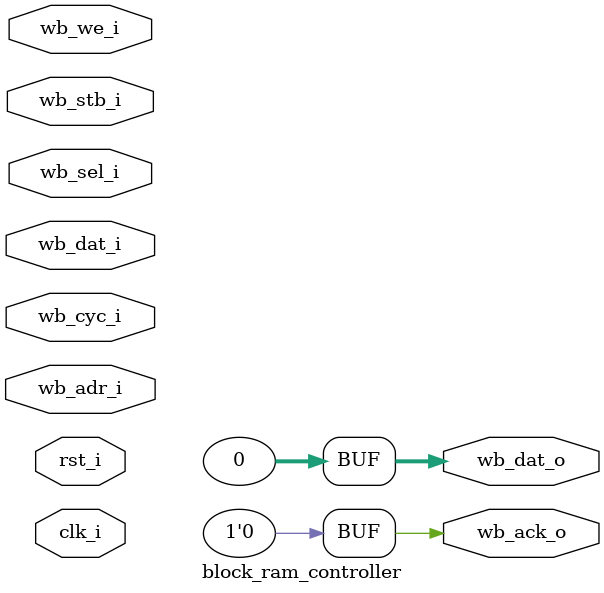
<source format=sv>
module block_ram_controller #(
    parameter DATA_WIDTH = 32,
    parameter ADDR_WIDTH = 32
) (
    // clk and reset
    input wire clk_i,
    input wire rst_i,

    // wishbone slave interface
    input  wire                    wb_cyc_i,
    input  wire                    wb_stb_i,
    output wire                    wb_ack_o,
    input  wire [ADDR_WIDTH-1:0]   wb_adr_i,
    input  wire [DATA_WIDTH-1:0]   wb_dat_i,
    output wire [DATA_WIDTH-1:0]   wb_dat_o,
    input  wire [DATA_WIDTH/8-1:0] wb_sel_i,
    input  wire                    wb_we_i

    // No external ports!!
    // Of course feel free to add VGA ports for the sake of convenience.
);
    // TODO: Implement this module, just instantiate the 
    // IP core here and do necessary conversions.

    // One may add VGA controller here for your convenience.

    assign wb_dat_o = 32'b0;
    assign wb_ack_o = 1'b0;
endmodule
</source>
